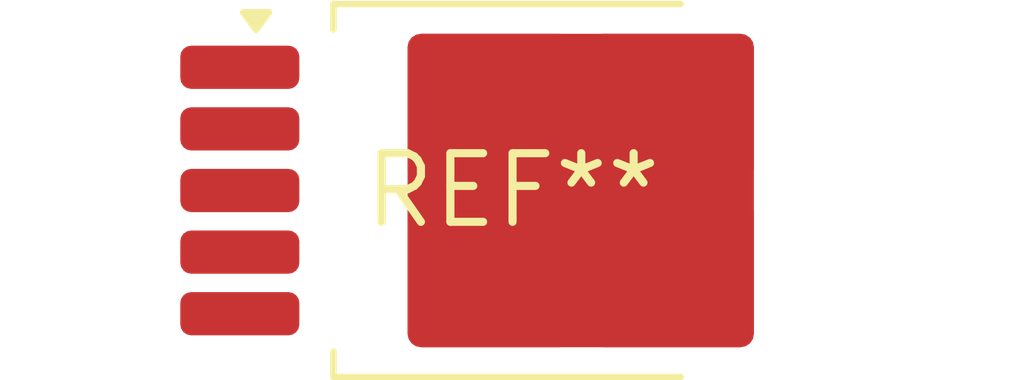
<source format=kicad_pcb>
(kicad_pcb (version 20240108) (generator pcbnew)
  (layers (0 "F.Cu" signal) (31 "B.Cu" signal) (34 "B.Paste" user) (35 "F.Paste" user) (36 "B.SilkS" user "B.Silkscreen") (37 "F.SilkS" user "F.Silkscreen") (38 "B.Mask" user) (39 "F.Mask" user) (44 "Edge.Cuts" user))
  (net 0 "")
  (footprint "TO-252-5_TabPin6" (layer "F.Cu") (at 0 0)
    (property "Reference" "REF**")
    (property "Value" "TO-252-5_TabPin6")
    (fp_line (start -3.31 -3.45) (end -3.31 -2.98) (layer "F.SilkS") (stroke (width 0.12)))
    (fp_line (start -3.31 3.45) (end -3.31 2.98) (layer "F.SilkS") (stroke (width 0.12)))
    (fp_line (start 3.11 -3.45) (end -3.31 -3.45) (layer "F.SilkS") (stroke (width 0.12)))
    (fp_line (start 3.11 3.45) (end -3.31 3.45) (layer "F.SilkS") (stroke (width 0.12)))
    (fp_poly (pts (xy -4.74 -2.97) (xy -4.98 -3.3) (xy -4.5 -3.3) (xy -4.74 -2.97)) (layer "F.SilkS") (stroke (width 0.12)) (fill solid))
    (pad "1" smd roundrect (at -5.04 -2.28) (size 2.2 0.8) (layers "F.Cu" "F.Paste" "F.Mask"))
    (pad "2" smd roundrect (at -5.04 -1.14) (size 2.2 0.8) (layers "F.Cu" "F.Paste" "F.Mask"))
    (pad "3" smd roundrect (at -5.04 0) (size 2.2 0.8) (layers "F.Cu" "F.Paste" "F.Mask"))
    (pad "4" smd roundrect (at -5.04 1.14) (size 2.2 0.8) (layers "F.Cu" "F.Paste" "F.Mask"))
    (pad "5" smd roundrect (at -5.04 2.28) (size 2.2 0.8) (layers "F.Cu" "F.Paste" "F.Mask"))
    (pad "6" smd roundrect (at -0.415 -1.525) (size 3.05 2.75) (layers "F.Cu" "F.Paste") (roundrect_rratio 0.090909))
    (pad "6" smd roundrect (at -0.415 1.525) (size 3.05 2.75) (layers "F.Cu" "F.Paste") (roundrect_rratio 0.090909))
    (pad "6" smd roundrect (at 1.26 0) (size 6.4 5.8) (layers "F.Cu" "F.Mask") (roundrect_rratio 0.043103))
    (pad "6" smd roundrect (at 2.935 -1.525) (size 3.05 2.75) (layers "F.Cu" "F.Paste") (roundrect_rratio 0.090909))
    (pad "6" smd roundrect (at 2.935 1.525) (size 3.05 2.75) (layers "F.Cu" "F.Paste") (roundrect_rratio 0.090909))
  )
)
</source>
